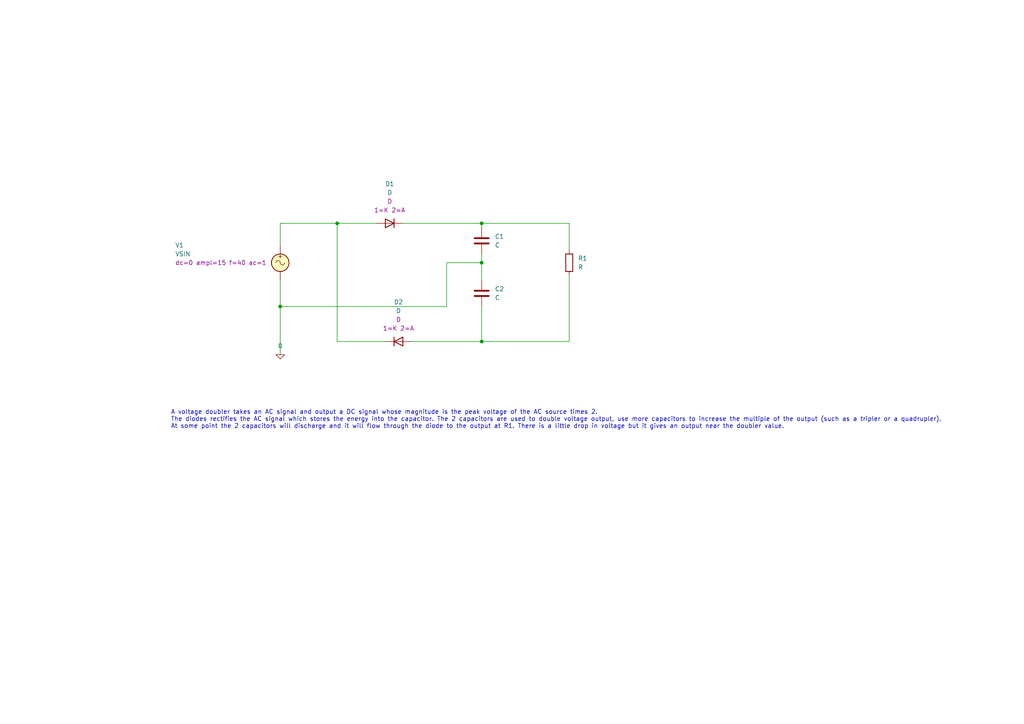
<source format=kicad_sch>
(kicad_sch (version 20230121) (generator eeschema)
  (paper "A4")
  (lib_symbols
    (symbol "Device:C" (pin_numbers hide) (pin_names (offset 0.254))
      (property "Reference" "C" (at 0.635 2.54 0))
      (property "Value" "C" (at 0.635 -2.54 0))
      (symbol "C_0_1"
        (polyline (pts (xy -2.032 -0.762) (xy 2.032 -0.762)) (stroke (width 0.508)))
        (polyline (pts (xy -2.032 0.762) (xy 2.032 0.762)) (stroke (width 0.508)))
      )
      (symbol "C_1_1"
        (pin passive line (at 0 3.81 270) (length 2.794) (name "~") (number "1"))
        (pin passive line (at 0 -3.81 90) (length 2.794) (name "~") (number "2"))
      )
    )
    (symbol "Device:R" (pin_numbers hide) (pin_names (offset 0))
      (property "Reference" "R" (at 2.032 0 90))
      (property "Value" "R" (at 0 0 90))
      (symbol "R_0_1"
        (rectangle (start -1.016 -2.54) (end 1.016 2.54) (stroke (width 0.254)))
      )
      (symbol "R_1_1"
        (pin passive line (at 0 3.81 270) (length 1.27) (name "~") (number "1"))
        (pin passive line (at 0 -3.81 90) (length 1.27) (name "~") (number "2"))
      )
    )
    (symbol "Simulation_SPICE:0" (power) (pin_names (offset 0))
      (property "Value" "0" (at 0 -1.778 0))
      (symbol "0_0_1"
        (polyline (pts (xy -1.27 0) (xy 0 -1.27) (xy 1.27 0) (xy -1.27 0)))
      )
      (symbol "0_1_1"
        (pin power_in line (at 0 0 0) (length 0) hide (name "0") (number "1"))
      )
    )
    (symbol "Simulation_SPICE:D" (pin_numbers hide) (pin_names (offset 1.016) hide)
      (property "Reference" "D" (at 0 2.54 0))
      (property "Value" "D" (at 0 -2.54 0))
      (property "Sim.Device" "D" (at 0 0 0))
      (property "Sim.Pins" "1=K 2=A" (at 0 0 0))
      (symbol "D_0_1"
        (polyline (pts (xy -1.27 1.27) (xy -1.27 -1.27)) (stroke (width 0.254)))
        (polyline (pts (xy 1.27 0) (xy -1.27 0)))
        (polyline (pts (xy 1.27 1.27) (xy 1.27 -1.27) (xy -1.27 0) (xy 1.27 1.27)) (stroke (width 0.254)))
      )
      (symbol "D_1_1"
        (pin passive line (at -3.81 0 0) (length 2.54) (name "K") (number "1"))
        (pin passive line (at 3.81 0 180) (length 2.54) (name "A") (number "2"))
      )
    )
    (symbol "Simulation_SPICE:VSIN" (pin_numbers hide) (pin_names (offset 0.0254))
      (property "Reference" "V" (at 2.54 2.54 0))
      (property "Value" "VSIN" (at 2.54 0 0))
      (property "Sim.Params" "dc=0 ampl=1 f=1k ac=1" (at 2.54 -2.54 0))
      (symbol "VSIN_0_0"
        (arc (start 0 0) (mid -0.635 0.6323) (end -1.27 0))
        (arc (start 0 0) (mid 0.635 -0.6323) (end 1.27 0))
        (text "+" (at 0 1.905 0) (effects (font (size 1.27 1.27))))
      )
      (symbol "VSIN_0_1"
        (circle (center 0 0) (radius 2.54) (stroke (width 0.254)) (fill (type background)))
      )
      (symbol "VSIN_1_1"
        (pin passive line (at 0 5.08 270) (length 2.54) (name "~") (number "1"))
        (pin passive line (at 0 -5.08 90) (length 2.54) (name "~") (number "2"))
      )
    )
  )
  (junction (at 139.7 64.77))
  (junction (at 97.79 64.77))
  (junction (at 81.28 88.9))
  (junction (at 139.7 99.06))
  (junction (at 139.7 76.2))
  (wire (pts (xy 139.7 88.9) (xy 139.7 99.06)))
  (wire (pts (xy 165.1 80.01) (xy 165.1 99.06)))
  (wire (pts (xy 97.79 64.77) (xy 109.22 64.77)))
  (wire (pts (xy 139.7 64.77) (xy 139.7 66.04)))
  (wire (pts (xy 116.84 64.77) (xy 139.7 64.77)))
  (wire (pts (xy 97.79 99.06) (xy 97.79 64.77)))
  (wire (pts (xy 81.28 81.28) (xy 81.28 88.9)))
  (wire (pts (xy 165.1 99.06) (xy 139.7 99.06)))
  (wire (pts (xy 111.76 99.06) (xy 97.79 99.06)))
  (wire (pts (xy 139.7 76.2) (xy 139.7 81.28)))
  (wire (pts (xy 81.28 88.9) (xy 129.54 88.9)))
  (wire (pts (xy 81.28 64.77) (xy 97.79 64.77)))
  (wire (pts (xy 139.7 73.66) (xy 139.7 76.2)))
  (wire (pts (xy 139.7 64.77) (xy 165.1 64.77)))
  (wire (pts (xy 165.1 64.77) (xy 165.1 72.39)))
  (wire (pts (xy 81.28 71.12) (xy 81.28 64.77)))
  (wire (pts (xy 129.54 76.2) (xy 139.7 76.2)))
  (wire (pts (xy 139.7 99.06) (xy 119.38 99.06)))
  (wire (pts (xy 129.54 88.9) (xy 129.54 76.2)))
  (wire (pts (xy 81.28 88.9) (xy 81.28 102.87)))
  (text "A voltage doubler takes an AC signal and output a DC signal whose magnitude is the peak voltage of the AC source times 2.\nThe diodes rectifies the AC signal which stores the energy into the capacitor. The 2 capacitors are used to double voltage output, use more capacitors to increase the multiple of the output (such as a tripler or a quadrupler).\nAt some point the 2 capacitors will discharge and it will flow through the diode to the output at R1. There is a little drop in voltage but it gives an output near the doubler value." (at 49.53 124.46 0) (effects (font (size 1.27 1.27)) (justify left bottom)))
  (symbol (lib_id "Simulation_SPICE:VSIN") (at 81.28 76.2 0) (unit 1)
    (property "Reference" "V1" (at 50.8 71.12 0) (effects (justify left)))
    (property "Value" "VSIN" (at 50.8 73.66 0) (effects (justify left)))
    (property "Sim.Pins" "1=+ 2=-" (effects hide))
    (property "Sim.Params" "dc=0 ampl=15 f=40 ac=1" (at 50.8 76.2 0) (effects (justify left)))
    (property "Sim.Type" "SIN" (effects hide))
    (property "Sim.Device" "V" (effects hide))
  )
  (symbol (lib_id "Simulation_SPICE:D") (at 113.03 64.77 180) (unit 1)
    (property "Reference" "D1" (at 113.03 53.34 0))
    (property "Value" "D" (at 113.03 55.88 0))
    (property "Sim.Device" "D" (at 113.03 58.42 0))
    (property "Sim.Pins" "1=K 2=A" (at 113.03 60.96 0))
  )
  (symbol (lib_id "Device:C") (at 139.7 69.85 0) (unit 1)
    (property "Reference" "C1" (at 143.51 68.58 0) (effects (justify left)))
    (property "Value" "C" (at 143.51 71.12 0) (effects (justify left)))
  )
  (symbol (lib_id "Simulation_SPICE:D") (at 115.57 99.06 0) (unit 1)
    (property "Reference" "D2" (at 115.57 87.63 0))
    (property "Value" "D" (at 115.57 90.17 0))
    (property "Sim.Device" "D" (at 115.57 92.71 0))
    (property "Sim.Pins" "1=K 2=A" (at 115.57 95.25 0))
  )
  (symbol (lib_id "Simulation_SPICE:0") (at 81.28 102.87 0) (unit 1)
    (property "Reference" "#GND01" (effects hide))
    (property "Value" "0" (at 81.28 100.33 0))
  )
  (symbol (lib_id "Device:C") (at 139.7 85.09 0) (unit 1)
    (property "Reference" "C2" (at 143.51 83.82 0) (effects (justify left)))
    (property "Value" "C" (at 143.51 86.36 0) (effects (justify left)))
  )
  (symbol (lib_id "Device:R") (at 165.1 76.2 0) (unit 1)
    (property "Reference" "R1" (at 167.64 74.93 0) (effects (justify left)))
    (property "Value" "R" (at 167.64 77.47 0) (effects (justify left)))
  )
)
</source>
